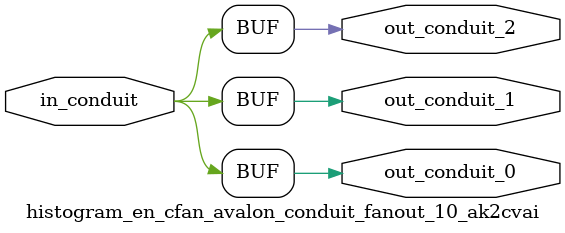
<source format=sv>


 


// --------------------------------------------------------------------------------
//| Avalon Conduit Fan-Out
// --------------------------------------------------------------------------------

// ------------------------------------------
// Generation parameters:
//   output_name:       histogram_en_cfan_avalon_conduit_fanout_10_ak2cvai
//   numFanOut:         3
//   
// ------------------------------------------

module histogram_en_cfan_avalon_conduit_fanout_10_ak2cvai (     

// Interface: out_conduit_0
 output                    out_conduit_0,
// Interface: out_conduit_1
 output                    out_conduit_1,
// Interface: out_conduit_2
 output                    out_conduit_2,

// Interface: in_conduit
 input                   in_conduit

);

   assign  out_conduit_0 = in_conduit;
   assign  out_conduit_1 = in_conduit;
   assign  out_conduit_2 = in_conduit;

endmodule //


</source>
